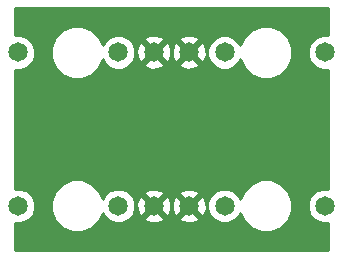
<source format=gbr>
G04 #@! TF.GenerationSoftware,KiCad,Pcbnew,(5.0.0)*
G04 #@! TF.CreationDate,2018-08-28T22:02:12+02:00*
G04 #@! TF.ProjectId,1u_mult,31755F6D756C742E6B696361645F7063,rev?*
G04 #@! TF.SameCoordinates,Original*
G04 #@! TF.FileFunction,Copper,L2,Bot,Signal*
G04 #@! TF.FilePolarity,Positive*
%FSLAX46Y46*%
G04 Gerber Fmt 4.6, Leading zero omitted, Abs format (unit mm)*
G04 Created by KiCad (PCBNEW (5.0.0)) date 08/28/18 22:02:12*
%MOMM*%
%LPD*%
G01*
G04 APERTURE LIST*
G04 #@! TA.AperFunction,ComponentPad*
%ADD10C,1.648460*%
G04 #@! TD*
G04 #@! TA.AperFunction,Conductor*
%ADD11C,0.254000*%
G04 #@! TD*
G04 APERTURE END LIST*
D10*
G04 #@! TO.P,J1,P$1_TIP*
G04 #@! TO.N,Net-(J1-PadP$1_TIP)*
X1001280Y-4500000D03*
G04 #@! TO.P,J1,P$2_SWITCH*
G04 #@! TO.N,N/C*
X9497580Y-4500000D03*
G04 #@! TO.P,J1,P$3_SLEEVE*
G04 #@! TO.N,GND*
X12499860Y-4500000D03*
G04 #@! TD*
G04 #@! TO.P,J2,P$3_SLEEVE*
G04 #@! TO.N,GND*
X15500140Y-4500000D03*
G04 #@! TO.P,J2,P$2_SWITCH*
G04 #@! TO.N,N/C*
X18502420Y-4500000D03*
G04 #@! TO.P,J2,P$1_TIP*
G04 #@! TO.N,Net-(J1-PadP$1_TIP)*
X26998720Y-4500000D03*
G04 #@! TD*
G04 #@! TO.P,J3,P$1_TIP*
G04 #@! TO.N,Net-(J1-PadP$1_TIP)*
X1001280Y-17500000D03*
G04 #@! TO.P,J3,P$2_SWITCH*
G04 #@! TO.N,N/C*
X9497580Y-17500000D03*
G04 #@! TO.P,J3,P$3_SLEEVE*
G04 #@! TO.N,GND*
X12499860Y-17500000D03*
G04 #@! TD*
G04 #@! TO.P,J4,P$3_SLEEVE*
G04 #@! TO.N,GND*
X15500140Y-17500000D03*
G04 #@! TO.P,J4,P$2_SWITCH*
G04 #@! TO.N,N/C*
X18502420Y-17500000D03*
G04 #@! TO.P,J4,P$1_TIP*
G04 #@! TO.N,Net-(J1-PadP$1_TIP)*
X26998720Y-17500000D03*
G04 #@! TD*
D11*
G04 #@! TO.N,GND*
G36*
X27265001Y-3040770D02*
X26708461Y-3040770D01*
X26172133Y-3262925D01*
X25761645Y-3673413D01*
X25539490Y-4209741D01*
X25539490Y-4790259D01*
X25761645Y-5326587D01*
X26172133Y-5737075D01*
X26708461Y-5959230D01*
X27265001Y-5959230D01*
X27265000Y-16040770D01*
X26708461Y-16040770D01*
X26172133Y-16262925D01*
X25761645Y-16673413D01*
X25539490Y-17209741D01*
X25539490Y-17790259D01*
X25761645Y-18326587D01*
X26172133Y-18737075D01*
X26708461Y-18959230D01*
X27265000Y-18959230D01*
X27265000Y-21265000D01*
X735000Y-21265000D01*
X735000Y-18959230D01*
X1291539Y-18959230D01*
X1827867Y-18737075D01*
X2238355Y-18326587D01*
X2460510Y-17790259D01*
X2460510Y-17209741D01*
X2396593Y-17055431D01*
X3765000Y-17055431D01*
X3765000Y-17944569D01*
X4105259Y-18766026D01*
X4733974Y-19394741D01*
X5555431Y-19735000D01*
X6444569Y-19735000D01*
X7266026Y-19394741D01*
X7894741Y-18766026D01*
X8168634Y-18104791D01*
X8260505Y-18326587D01*
X8670993Y-18737075D01*
X9207321Y-18959230D01*
X9787839Y-18959230D01*
X10324167Y-18737075D01*
X10535947Y-18525295D01*
X11654170Y-18525295D01*
X11731279Y-18773926D01*
X12277295Y-18971077D01*
X12857194Y-18944270D01*
X13268441Y-18773926D01*
X13345550Y-18525295D01*
X14654450Y-18525295D01*
X14731559Y-18773926D01*
X15277575Y-18971077D01*
X15857474Y-18944270D01*
X16268721Y-18773926D01*
X16345830Y-18525295D01*
X15500140Y-17679605D01*
X14654450Y-18525295D01*
X13345550Y-18525295D01*
X12499860Y-17679605D01*
X11654170Y-18525295D01*
X10535947Y-18525295D01*
X10734655Y-18326587D01*
X10956810Y-17790259D01*
X10956810Y-17277435D01*
X11028783Y-17277435D01*
X11055590Y-17857334D01*
X11225934Y-18268581D01*
X11474565Y-18345690D01*
X12320255Y-17500000D01*
X12679465Y-17500000D01*
X13525155Y-18345690D01*
X13773786Y-18268581D01*
X13970937Y-17722565D01*
X13950360Y-17277435D01*
X14029063Y-17277435D01*
X14055870Y-17857334D01*
X14226214Y-18268581D01*
X14474845Y-18345690D01*
X15320535Y-17500000D01*
X15679745Y-17500000D01*
X16525435Y-18345690D01*
X16774066Y-18268581D01*
X16971217Y-17722565D01*
X16947511Y-17209741D01*
X17043190Y-17209741D01*
X17043190Y-17790259D01*
X17265345Y-18326587D01*
X17675833Y-18737075D01*
X18212161Y-18959230D01*
X18792679Y-18959230D01*
X19329007Y-18737075D01*
X19739495Y-18326587D01*
X19831366Y-18104791D01*
X20105259Y-18766026D01*
X20733974Y-19394741D01*
X21555431Y-19735000D01*
X22444569Y-19735000D01*
X23266026Y-19394741D01*
X23894741Y-18766026D01*
X24235000Y-17944569D01*
X24235000Y-17055431D01*
X23894741Y-16233974D01*
X23266026Y-15605259D01*
X22444569Y-15265000D01*
X21555431Y-15265000D01*
X20733974Y-15605259D01*
X20105259Y-16233974D01*
X19831366Y-16895209D01*
X19739495Y-16673413D01*
X19329007Y-16262925D01*
X18792679Y-16040770D01*
X18212161Y-16040770D01*
X17675833Y-16262925D01*
X17265345Y-16673413D01*
X17043190Y-17209741D01*
X16947511Y-17209741D01*
X16944410Y-17142666D01*
X16774066Y-16731419D01*
X16525435Y-16654310D01*
X15679745Y-17500000D01*
X15320535Y-17500000D01*
X14474845Y-16654310D01*
X14226214Y-16731419D01*
X14029063Y-17277435D01*
X13950360Y-17277435D01*
X13944130Y-17142666D01*
X13773786Y-16731419D01*
X13525155Y-16654310D01*
X12679465Y-17500000D01*
X12320255Y-17500000D01*
X11474565Y-16654310D01*
X11225934Y-16731419D01*
X11028783Y-17277435D01*
X10956810Y-17277435D01*
X10956810Y-17209741D01*
X10734655Y-16673413D01*
X10535947Y-16474705D01*
X11654170Y-16474705D01*
X12499860Y-17320395D01*
X13345550Y-16474705D01*
X14654450Y-16474705D01*
X15500140Y-17320395D01*
X16345830Y-16474705D01*
X16268721Y-16226074D01*
X15722705Y-16028923D01*
X15142806Y-16055730D01*
X14731559Y-16226074D01*
X14654450Y-16474705D01*
X13345550Y-16474705D01*
X13268441Y-16226074D01*
X12722425Y-16028923D01*
X12142526Y-16055730D01*
X11731279Y-16226074D01*
X11654170Y-16474705D01*
X10535947Y-16474705D01*
X10324167Y-16262925D01*
X9787839Y-16040770D01*
X9207321Y-16040770D01*
X8670993Y-16262925D01*
X8260505Y-16673413D01*
X8168634Y-16895209D01*
X7894741Y-16233974D01*
X7266026Y-15605259D01*
X6444569Y-15265000D01*
X5555431Y-15265000D01*
X4733974Y-15605259D01*
X4105259Y-16233974D01*
X3765000Y-17055431D01*
X2396593Y-17055431D01*
X2238355Y-16673413D01*
X1827867Y-16262925D01*
X1291539Y-16040770D01*
X735000Y-16040770D01*
X735000Y-5959230D01*
X1291539Y-5959230D01*
X1827867Y-5737075D01*
X2238355Y-5326587D01*
X2460510Y-4790259D01*
X2460510Y-4209741D01*
X2396593Y-4055431D01*
X3765000Y-4055431D01*
X3765000Y-4944569D01*
X4105259Y-5766026D01*
X4733974Y-6394741D01*
X5555431Y-6735000D01*
X6444569Y-6735000D01*
X7266026Y-6394741D01*
X7894741Y-5766026D01*
X8168634Y-5104791D01*
X8260505Y-5326587D01*
X8670993Y-5737075D01*
X9207321Y-5959230D01*
X9787839Y-5959230D01*
X10324167Y-5737075D01*
X10535947Y-5525295D01*
X11654170Y-5525295D01*
X11731279Y-5773926D01*
X12277295Y-5971077D01*
X12857194Y-5944270D01*
X13268441Y-5773926D01*
X13345550Y-5525295D01*
X14654450Y-5525295D01*
X14731559Y-5773926D01*
X15277575Y-5971077D01*
X15857474Y-5944270D01*
X16268721Y-5773926D01*
X16345830Y-5525295D01*
X15500140Y-4679605D01*
X14654450Y-5525295D01*
X13345550Y-5525295D01*
X12499860Y-4679605D01*
X11654170Y-5525295D01*
X10535947Y-5525295D01*
X10734655Y-5326587D01*
X10956810Y-4790259D01*
X10956810Y-4277435D01*
X11028783Y-4277435D01*
X11055590Y-4857334D01*
X11225934Y-5268581D01*
X11474565Y-5345690D01*
X12320255Y-4500000D01*
X12679465Y-4500000D01*
X13525155Y-5345690D01*
X13773786Y-5268581D01*
X13970937Y-4722565D01*
X13950360Y-4277435D01*
X14029063Y-4277435D01*
X14055870Y-4857334D01*
X14226214Y-5268581D01*
X14474845Y-5345690D01*
X15320535Y-4500000D01*
X15679745Y-4500000D01*
X16525435Y-5345690D01*
X16774066Y-5268581D01*
X16971217Y-4722565D01*
X16947511Y-4209741D01*
X17043190Y-4209741D01*
X17043190Y-4790259D01*
X17265345Y-5326587D01*
X17675833Y-5737075D01*
X18212161Y-5959230D01*
X18792679Y-5959230D01*
X19329007Y-5737075D01*
X19739495Y-5326587D01*
X19831366Y-5104791D01*
X20105259Y-5766026D01*
X20733974Y-6394741D01*
X21555431Y-6735000D01*
X22444569Y-6735000D01*
X23266026Y-6394741D01*
X23894741Y-5766026D01*
X24235000Y-4944569D01*
X24235000Y-4055431D01*
X23894741Y-3233974D01*
X23266026Y-2605259D01*
X22444569Y-2265000D01*
X21555431Y-2265000D01*
X20733974Y-2605259D01*
X20105259Y-3233974D01*
X19831366Y-3895209D01*
X19739495Y-3673413D01*
X19329007Y-3262925D01*
X18792679Y-3040770D01*
X18212161Y-3040770D01*
X17675833Y-3262925D01*
X17265345Y-3673413D01*
X17043190Y-4209741D01*
X16947511Y-4209741D01*
X16944410Y-4142666D01*
X16774066Y-3731419D01*
X16525435Y-3654310D01*
X15679745Y-4500000D01*
X15320535Y-4500000D01*
X14474845Y-3654310D01*
X14226214Y-3731419D01*
X14029063Y-4277435D01*
X13950360Y-4277435D01*
X13944130Y-4142666D01*
X13773786Y-3731419D01*
X13525155Y-3654310D01*
X12679465Y-4500000D01*
X12320255Y-4500000D01*
X11474565Y-3654310D01*
X11225934Y-3731419D01*
X11028783Y-4277435D01*
X10956810Y-4277435D01*
X10956810Y-4209741D01*
X10734655Y-3673413D01*
X10535947Y-3474705D01*
X11654170Y-3474705D01*
X12499860Y-4320395D01*
X13345550Y-3474705D01*
X14654450Y-3474705D01*
X15500140Y-4320395D01*
X16345830Y-3474705D01*
X16268721Y-3226074D01*
X15722705Y-3028923D01*
X15142806Y-3055730D01*
X14731559Y-3226074D01*
X14654450Y-3474705D01*
X13345550Y-3474705D01*
X13268441Y-3226074D01*
X12722425Y-3028923D01*
X12142526Y-3055730D01*
X11731279Y-3226074D01*
X11654170Y-3474705D01*
X10535947Y-3474705D01*
X10324167Y-3262925D01*
X9787839Y-3040770D01*
X9207321Y-3040770D01*
X8670993Y-3262925D01*
X8260505Y-3673413D01*
X8168634Y-3895209D01*
X7894741Y-3233974D01*
X7266026Y-2605259D01*
X6444569Y-2265000D01*
X5555431Y-2265000D01*
X4733974Y-2605259D01*
X4105259Y-3233974D01*
X3765000Y-4055431D01*
X2396593Y-4055431D01*
X2238355Y-3673413D01*
X1827867Y-3262925D01*
X1291539Y-3040770D01*
X735000Y-3040770D01*
X735000Y-735000D01*
X27265001Y-735000D01*
X27265001Y-3040770D01*
X27265001Y-3040770D01*
G37*
X27265001Y-3040770D02*
X26708461Y-3040770D01*
X26172133Y-3262925D01*
X25761645Y-3673413D01*
X25539490Y-4209741D01*
X25539490Y-4790259D01*
X25761645Y-5326587D01*
X26172133Y-5737075D01*
X26708461Y-5959230D01*
X27265001Y-5959230D01*
X27265000Y-16040770D01*
X26708461Y-16040770D01*
X26172133Y-16262925D01*
X25761645Y-16673413D01*
X25539490Y-17209741D01*
X25539490Y-17790259D01*
X25761645Y-18326587D01*
X26172133Y-18737075D01*
X26708461Y-18959230D01*
X27265000Y-18959230D01*
X27265000Y-21265000D01*
X735000Y-21265000D01*
X735000Y-18959230D01*
X1291539Y-18959230D01*
X1827867Y-18737075D01*
X2238355Y-18326587D01*
X2460510Y-17790259D01*
X2460510Y-17209741D01*
X2396593Y-17055431D01*
X3765000Y-17055431D01*
X3765000Y-17944569D01*
X4105259Y-18766026D01*
X4733974Y-19394741D01*
X5555431Y-19735000D01*
X6444569Y-19735000D01*
X7266026Y-19394741D01*
X7894741Y-18766026D01*
X8168634Y-18104791D01*
X8260505Y-18326587D01*
X8670993Y-18737075D01*
X9207321Y-18959230D01*
X9787839Y-18959230D01*
X10324167Y-18737075D01*
X10535947Y-18525295D01*
X11654170Y-18525295D01*
X11731279Y-18773926D01*
X12277295Y-18971077D01*
X12857194Y-18944270D01*
X13268441Y-18773926D01*
X13345550Y-18525295D01*
X14654450Y-18525295D01*
X14731559Y-18773926D01*
X15277575Y-18971077D01*
X15857474Y-18944270D01*
X16268721Y-18773926D01*
X16345830Y-18525295D01*
X15500140Y-17679605D01*
X14654450Y-18525295D01*
X13345550Y-18525295D01*
X12499860Y-17679605D01*
X11654170Y-18525295D01*
X10535947Y-18525295D01*
X10734655Y-18326587D01*
X10956810Y-17790259D01*
X10956810Y-17277435D01*
X11028783Y-17277435D01*
X11055590Y-17857334D01*
X11225934Y-18268581D01*
X11474565Y-18345690D01*
X12320255Y-17500000D01*
X12679465Y-17500000D01*
X13525155Y-18345690D01*
X13773786Y-18268581D01*
X13970937Y-17722565D01*
X13950360Y-17277435D01*
X14029063Y-17277435D01*
X14055870Y-17857334D01*
X14226214Y-18268581D01*
X14474845Y-18345690D01*
X15320535Y-17500000D01*
X15679745Y-17500000D01*
X16525435Y-18345690D01*
X16774066Y-18268581D01*
X16971217Y-17722565D01*
X16947511Y-17209741D01*
X17043190Y-17209741D01*
X17043190Y-17790259D01*
X17265345Y-18326587D01*
X17675833Y-18737075D01*
X18212161Y-18959230D01*
X18792679Y-18959230D01*
X19329007Y-18737075D01*
X19739495Y-18326587D01*
X19831366Y-18104791D01*
X20105259Y-18766026D01*
X20733974Y-19394741D01*
X21555431Y-19735000D01*
X22444569Y-19735000D01*
X23266026Y-19394741D01*
X23894741Y-18766026D01*
X24235000Y-17944569D01*
X24235000Y-17055431D01*
X23894741Y-16233974D01*
X23266026Y-15605259D01*
X22444569Y-15265000D01*
X21555431Y-15265000D01*
X20733974Y-15605259D01*
X20105259Y-16233974D01*
X19831366Y-16895209D01*
X19739495Y-16673413D01*
X19329007Y-16262925D01*
X18792679Y-16040770D01*
X18212161Y-16040770D01*
X17675833Y-16262925D01*
X17265345Y-16673413D01*
X17043190Y-17209741D01*
X16947511Y-17209741D01*
X16944410Y-17142666D01*
X16774066Y-16731419D01*
X16525435Y-16654310D01*
X15679745Y-17500000D01*
X15320535Y-17500000D01*
X14474845Y-16654310D01*
X14226214Y-16731419D01*
X14029063Y-17277435D01*
X13950360Y-17277435D01*
X13944130Y-17142666D01*
X13773786Y-16731419D01*
X13525155Y-16654310D01*
X12679465Y-17500000D01*
X12320255Y-17500000D01*
X11474565Y-16654310D01*
X11225934Y-16731419D01*
X11028783Y-17277435D01*
X10956810Y-17277435D01*
X10956810Y-17209741D01*
X10734655Y-16673413D01*
X10535947Y-16474705D01*
X11654170Y-16474705D01*
X12499860Y-17320395D01*
X13345550Y-16474705D01*
X14654450Y-16474705D01*
X15500140Y-17320395D01*
X16345830Y-16474705D01*
X16268721Y-16226074D01*
X15722705Y-16028923D01*
X15142806Y-16055730D01*
X14731559Y-16226074D01*
X14654450Y-16474705D01*
X13345550Y-16474705D01*
X13268441Y-16226074D01*
X12722425Y-16028923D01*
X12142526Y-16055730D01*
X11731279Y-16226074D01*
X11654170Y-16474705D01*
X10535947Y-16474705D01*
X10324167Y-16262925D01*
X9787839Y-16040770D01*
X9207321Y-16040770D01*
X8670993Y-16262925D01*
X8260505Y-16673413D01*
X8168634Y-16895209D01*
X7894741Y-16233974D01*
X7266026Y-15605259D01*
X6444569Y-15265000D01*
X5555431Y-15265000D01*
X4733974Y-15605259D01*
X4105259Y-16233974D01*
X3765000Y-17055431D01*
X2396593Y-17055431D01*
X2238355Y-16673413D01*
X1827867Y-16262925D01*
X1291539Y-16040770D01*
X735000Y-16040770D01*
X735000Y-5959230D01*
X1291539Y-5959230D01*
X1827867Y-5737075D01*
X2238355Y-5326587D01*
X2460510Y-4790259D01*
X2460510Y-4209741D01*
X2396593Y-4055431D01*
X3765000Y-4055431D01*
X3765000Y-4944569D01*
X4105259Y-5766026D01*
X4733974Y-6394741D01*
X5555431Y-6735000D01*
X6444569Y-6735000D01*
X7266026Y-6394741D01*
X7894741Y-5766026D01*
X8168634Y-5104791D01*
X8260505Y-5326587D01*
X8670993Y-5737075D01*
X9207321Y-5959230D01*
X9787839Y-5959230D01*
X10324167Y-5737075D01*
X10535947Y-5525295D01*
X11654170Y-5525295D01*
X11731279Y-5773926D01*
X12277295Y-5971077D01*
X12857194Y-5944270D01*
X13268441Y-5773926D01*
X13345550Y-5525295D01*
X14654450Y-5525295D01*
X14731559Y-5773926D01*
X15277575Y-5971077D01*
X15857474Y-5944270D01*
X16268721Y-5773926D01*
X16345830Y-5525295D01*
X15500140Y-4679605D01*
X14654450Y-5525295D01*
X13345550Y-5525295D01*
X12499860Y-4679605D01*
X11654170Y-5525295D01*
X10535947Y-5525295D01*
X10734655Y-5326587D01*
X10956810Y-4790259D01*
X10956810Y-4277435D01*
X11028783Y-4277435D01*
X11055590Y-4857334D01*
X11225934Y-5268581D01*
X11474565Y-5345690D01*
X12320255Y-4500000D01*
X12679465Y-4500000D01*
X13525155Y-5345690D01*
X13773786Y-5268581D01*
X13970937Y-4722565D01*
X13950360Y-4277435D01*
X14029063Y-4277435D01*
X14055870Y-4857334D01*
X14226214Y-5268581D01*
X14474845Y-5345690D01*
X15320535Y-4500000D01*
X15679745Y-4500000D01*
X16525435Y-5345690D01*
X16774066Y-5268581D01*
X16971217Y-4722565D01*
X16947511Y-4209741D01*
X17043190Y-4209741D01*
X17043190Y-4790259D01*
X17265345Y-5326587D01*
X17675833Y-5737075D01*
X18212161Y-5959230D01*
X18792679Y-5959230D01*
X19329007Y-5737075D01*
X19739495Y-5326587D01*
X19831366Y-5104791D01*
X20105259Y-5766026D01*
X20733974Y-6394741D01*
X21555431Y-6735000D01*
X22444569Y-6735000D01*
X23266026Y-6394741D01*
X23894741Y-5766026D01*
X24235000Y-4944569D01*
X24235000Y-4055431D01*
X23894741Y-3233974D01*
X23266026Y-2605259D01*
X22444569Y-2265000D01*
X21555431Y-2265000D01*
X20733974Y-2605259D01*
X20105259Y-3233974D01*
X19831366Y-3895209D01*
X19739495Y-3673413D01*
X19329007Y-3262925D01*
X18792679Y-3040770D01*
X18212161Y-3040770D01*
X17675833Y-3262925D01*
X17265345Y-3673413D01*
X17043190Y-4209741D01*
X16947511Y-4209741D01*
X16944410Y-4142666D01*
X16774066Y-3731419D01*
X16525435Y-3654310D01*
X15679745Y-4500000D01*
X15320535Y-4500000D01*
X14474845Y-3654310D01*
X14226214Y-3731419D01*
X14029063Y-4277435D01*
X13950360Y-4277435D01*
X13944130Y-4142666D01*
X13773786Y-3731419D01*
X13525155Y-3654310D01*
X12679465Y-4500000D01*
X12320255Y-4500000D01*
X11474565Y-3654310D01*
X11225934Y-3731419D01*
X11028783Y-4277435D01*
X10956810Y-4277435D01*
X10956810Y-4209741D01*
X10734655Y-3673413D01*
X10535947Y-3474705D01*
X11654170Y-3474705D01*
X12499860Y-4320395D01*
X13345550Y-3474705D01*
X14654450Y-3474705D01*
X15500140Y-4320395D01*
X16345830Y-3474705D01*
X16268721Y-3226074D01*
X15722705Y-3028923D01*
X15142806Y-3055730D01*
X14731559Y-3226074D01*
X14654450Y-3474705D01*
X13345550Y-3474705D01*
X13268441Y-3226074D01*
X12722425Y-3028923D01*
X12142526Y-3055730D01*
X11731279Y-3226074D01*
X11654170Y-3474705D01*
X10535947Y-3474705D01*
X10324167Y-3262925D01*
X9787839Y-3040770D01*
X9207321Y-3040770D01*
X8670993Y-3262925D01*
X8260505Y-3673413D01*
X8168634Y-3895209D01*
X7894741Y-3233974D01*
X7266026Y-2605259D01*
X6444569Y-2265000D01*
X5555431Y-2265000D01*
X4733974Y-2605259D01*
X4105259Y-3233974D01*
X3765000Y-4055431D01*
X2396593Y-4055431D01*
X2238355Y-3673413D01*
X1827867Y-3262925D01*
X1291539Y-3040770D01*
X735000Y-3040770D01*
X735000Y-735000D01*
X27265001Y-735000D01*
X27265001Y-3040770D01*
G04 #@! TD*
M02*

</source>
